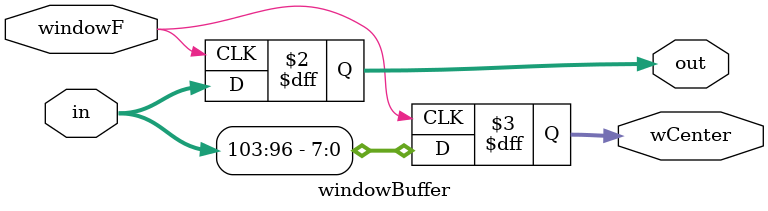
<source format=v>

`default_nettype none

module windowBuffer (out, wCenter, in, windowF);
	// Parameters
	parameter WINDOW_BITS = 200, DATA_WIDTH = 8, CENTER = 12;
	// Outputs
	output reg [WINDOW_BITS - 1 : 0] 		out;
	output reg [DATA_WIDTH - 1 : 0]	wCenter;
	// Inputs
	input wire [WINDOW_BITS - 1 : 0] in;
	input wire windowF;

	// Behavioral Description of module
	always @(posedge windowF) begin
		out = in;
		wCenter = in[(DATA_WIDTH * CENTER + (DATA_WIDTH - 1)) : (DATA_WIDTH * CENTER)];
	end
endmodule
</source>
